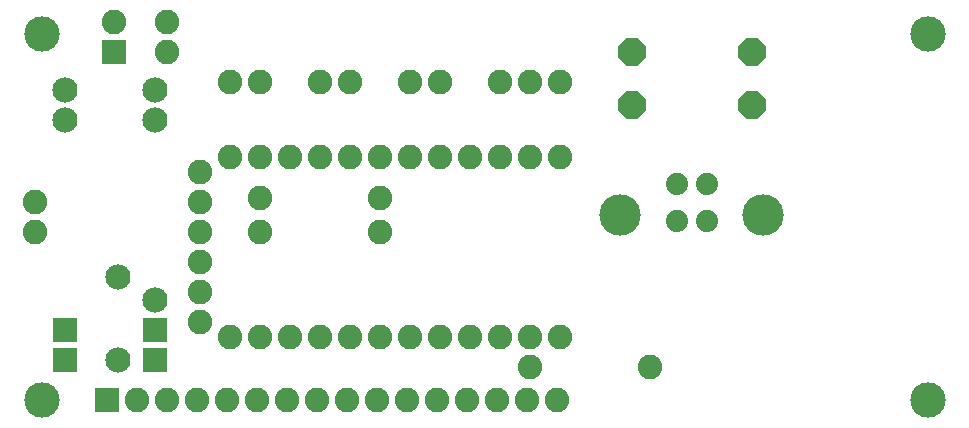
<source format=gbs>
G75*
G70*
%OFA0B0*%
%FSLAX24Y24*%
%IPPOS*%
%LPD*%
%AMOC8*
5,1,8,0,0,1.08239X$1,22.5*
%
%ADD10C,0.0820*%
%ADD11C,0.0740*%
%ADD12C,0.1380*%
%ADD13R,0.0820X0.0820*%
%ADD14C,0.1182*%
%ADD15OC8,0.0930*%
%ADD16R,0.0840X0.0840*%
%ADD17C,0.0840*%
D10*
X004956Y001559D03*
X005956Y001559D03*
X006956Y001559D03*
X007956Y001559D03*
X008956Y001559D03*
X009956Y001559D03*
X010956Y001559D03*
X011956Y001559D03*
X012956Y001559D03*
X013956Y001559D03*
X014956Y001559D03*
X015956Y001559D03*
X016956Y001559D03*
X017956Y001559D03*
X018956Y001559D03*
X018054Y002661D03*
X018054Y003661D03*
X017054Y003661D03*
X016054Y003661D03*
X015054Y003661D03*
X014054Y003661D03*
X013054Y003661D03*
X012054Y003661D03*
X011054Y003661D03*
X010054Y003661D03*
X009054Y003661D03*
X008054Y003661D03*
X007054Y004161D03*
X007054Y005161D03*
X007054Y006161D03*
X007054Y007161D03*
X009054Y007161D03*
X007054Y008161D03*
X007054Y009161D03*
X008054Y009661D03*
X009054Y009661D03*
X010054Y009661D03*
X011054Y009661D03*
X012054Y009661D03*
X013054Y009661D03*
X014054Y009661D03*
X015054Y009661D03*
X016054Y009661D03*
X017054Y009661D03*
X018054Y009661D03*
X019054Y009661D03*
X019054Y012161D03*
X018054Y012161D03*
X017054Y012161D03*
X015054Y012161D03*
X014054Y012161D03*
X012054Y012161D03*
X011054Y012161D03*
X009054Y012161D03*
X008054Y012161D03*
X005929Y013161D03*
X005929Y014161D03*
X004179Y014161D03*
X009054Y008286D03*
X013054Y008286D03*
X013054Y007161D03*
X019054Y003661D03*
X022054Y002661D03*
X001554Y007161D03*
X001554Y008161D03*
D11*
X022954Y008776D03*
X023934Y008776D03*
X023934Y007516D03*
X022954Y007516D03*
D12*
X021054Y007716D03*
X025794Y007716D03*
D13*
X004179Y013161D03*
X003956Y001559D03*
D14*
X001791Y001559D03*
X001791Y013764D03*
X031318Y013764D03*
X031318Y001559D03*
D15*
X025429Y011411D03*
X025429Y013161D03*
X021429Y013161D03*
X021429Y011411D03*
D16*
X005554Y003911D03*
X005554Y002911D03*
X002554Y002911D03*
X002554Y003911D03*
D17*
X004304Y002911D03*
X005554Y004911D03*
X004304Y005661D03*
X005554Y010911D03*
X005554Y011911D03*
X002554Y011911D03*
X002554Y010911D03*
M02*

</source>
